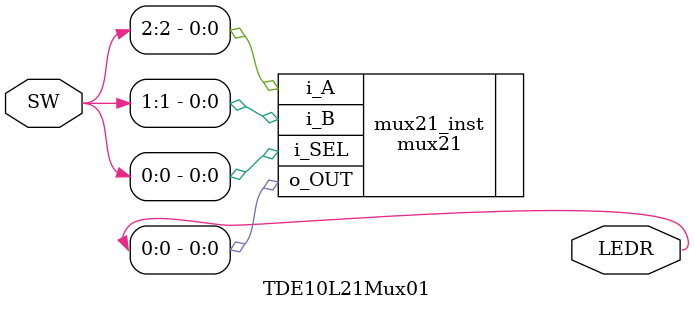
<source format=v>


module TDE10L21Mux01(
	input [9:0]		SW,
	output [9:0]	LEDR	
);

//=======================================================
//  REG/WIRE declarations
//=======================================================

mux21 mux21_inst(
	.i_A(SW[2]),
	.i_B(SW[1]),
	.i_SEL(SW[0]),
	.o_OUT(LEDR[0]),
);

//=======================================================
//  Structural coding
//=======================================================

endmodule

</source>
